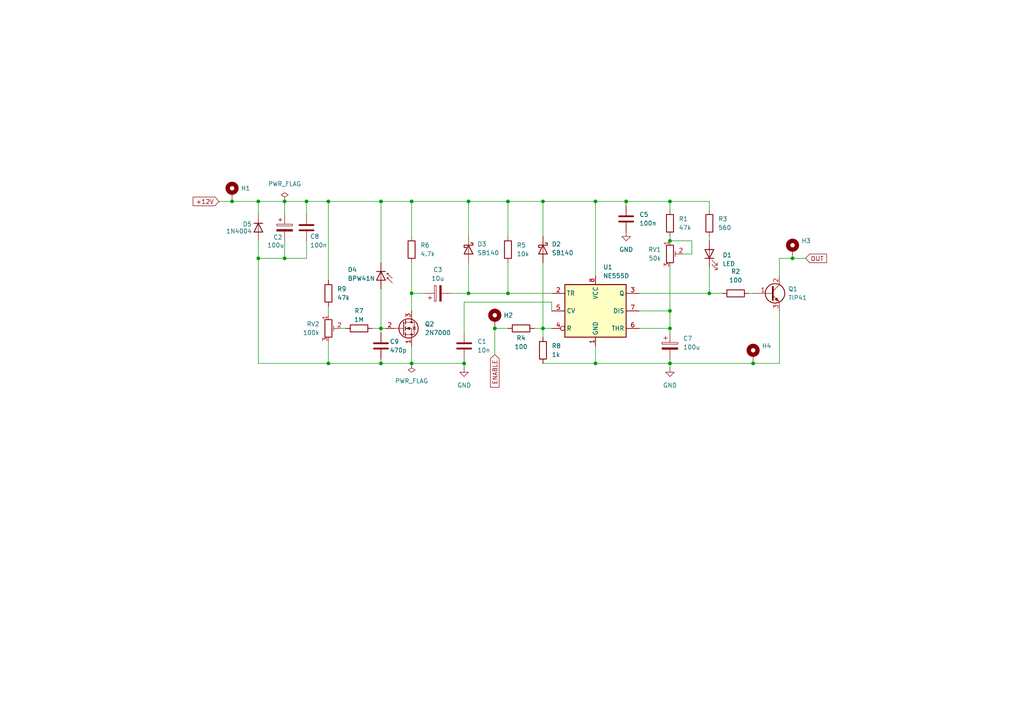
<source format=kicad_sch>
(kicad_sch (version 20231120) (generator "eeschema") (generator_version "8.0")
  (paper "A4")
  (lib_symbols
    (symbol "Device:C" (pin_numbers hide) (pin_names (offset 0.254))
      (property "Reference" "C" (at 0.635 2.54 0))
      (property "Value" "C" (at 0.635 -2.54 0))
      (symbol "C_0_1"
        (polyline (pts (xy -2.032 -0.762) (xy 2.032 -0.762)) (stroke (width 0.508)))
        (polyline (pts (xy -2.032 0.762) (xy 2.032 0.762)) (stroke (width 0.508)))
      )
      (symbol "C_1_1"
        (pin passive line (at 0 3.81 270) (length 2.794) (name "~") (number "1"))
        (pin passive line (at 0 -3.81 90) (length 2.794) (name "~") (number "2"))
      )
    )
    (symbol "Device:C_Polarized" (pin_numbers hide) (pin_names (offset 0.254))
      (property "Reference" "C" (at 0.635 2.54 0))
      (property "Value" "C_Polarized" (at 0.635 -2.54 0))
      (symbol "C_Polarized_0_1"
        (rectangle (start -2.286 0.508) (end 2.286 1.016))
        (polyline (pts (xy -1.778 2.286) (xy -0.762 2.286)))
        (polyline (pts (xy -1.27 2.794) (xy -1.27 1.778)))
        (rectangle (start 2.286 -0.508) (end -2.286 -1.016) (fill (type outline)))
      )
      (symbol "C_Polarized_1_1"
        (pin passive line (at 0 3.81 270) (length 2.794) (name "~") (number "1"))
        (pin passive line (at 0 -3.81 90) (length 2.794) (name "~") (number "2"))
      )
    )
    (symbol "Device:D_Photo" (pin_numbers hide) (pin_names hide)
      (property "Reference" "D" (at 0.508 1.778 0))
      (property "Value" "D_Photo" (at -1.016 -2.794 0))
      (symbol "D_Photo_0_1"
        (polyline (pts (xy -2.54 1.27) (xy -2.54 -1.27)) (stroke (width 0.254)))
        (polyline (pts (xy -2.032 1.778) (xy -1.524 1.778)))
        (polyline (pts (xy 0 0) (xy -2.54 0)))
        (polyline (pts (xy -0.508 3.302) (xy -2.032 1.778) (xy -2.032 2.286)))
        (polyline (pts (xy 0 -1.27) (xy 0 1.27) (xy -2.54 0) (xy 0 -1.27)) (stroke (width 0.254)))
        (polyline (pts (xy 0.762 3.302) (xy -0.762 1.778) (xy -0.762 2.286) (xy -0.762 1.778) (xy -0.254 1.778)))
      )
      (symbol "D_Photo_1_1"
        (pin passive line (at -5.08 0 0) (length 2.54) (name "K") (number "1"))
        (pin passive line (at 2.54 0 180) (length 2.54) (name "A") (number "2"))
      )
    )
    (symbol "Device:LED" (pin_numbers hide) (pin_names (offset 1.016) hide)
      (property "Reference" "D" (at 0 2.54 0))
      (property "Value" "LED" (at 0 -2.54 0))
      (symbol "LED_0_1"
        (polyline (pts (xy -1.27 -1.27) (xy -1.27 1.27)) (stroke (width 0.254)))
        (polyline (pts (xy -1.27 0) (xy 1.27 0)))
        (polyline (pts (xy 1.27 -1.27) (xy 1.27 1.27) (xy -1.27 0) (xy 1.27 -1.27)) (stroke (width 0.254)))
        (polyline (pts (xy -3.048 -0.762) (xy -4.572 -2.286) (xy -3.81 -2.286) (xy -4.572 -2.286) (xy -4.572 -1.524)))
        (polyline (pts (xy -1.778 -0.762) (xy -3.302 -2.286) (xy -2.54 -2.286) (xy -3.302 -2.286) (xy -3.302 -1.524)))
      )
      (symbol "LED_1_1"
        (pin passive line (at -3.81 0 0) (length 2.54) (name "K") (number "1"))
        (pin passive line (at 3.81 0 180) (length 2.54) (name "A") (number "2"))
      )
    )
    (symbol "Device:R" (pin_numbers hide) (pin_names (offset 0))
      (property "Reference" "R" (at 2.032 0 90))
      (property "Value" "R" (at 0 0 90))
      (symbol "R_0_1"
        (rectangle (start -1.016 -2.54) (end 1.016 2.54) (stroke (width 0.254)))
      )
      (symbol "R_1_1"
        (pin passive line (at 0 3.81 270) (length 1.27) (name "~") (number "1"))
        (pin passive line (at 0 -3.81 90) (length 1.27) (name "~") (number "2"))
      )
    )
    (symbol "Device:R_Potentiometer_Trim" (pin_names (offset 1.016) hide)
      (property "Reference" "RV" (at -4.445 0 90))
      (property "Value" "R_Potentiometer_Trim" (at -2.54 0 90))
      (symbol "R_Potentiometer_Trim_0_1"
        (polyline (pts (xy 1.524 0.762) (xy 1.524 -0.762)))
        (polyline (pts (xy 2.54 0) (xy 1.524 0)))
        (rectangle (start 1.016 2.54) (end -1.016 -2.54) (stroke (width 0.254)))
      )
      (symbol "R_Potentiometer_Trim_1_1"
        (pin passive line (at 0 3.81 270) (length 1.27) (name "1") (number "1"))
        (pin passive line (at 3.81 0 180) (length 1.27) (name "2") (number "2"))
        (pin passive line (at 0 -3.81 90) (length 1.27) (name "3") (number "3"))
      )
    )
    (symbol "Diode:1N4004" (pin_numbers hide) (pin_names hide)
      (property "Reference" "D" (at 0 2.54 0))
      (property "Value" "1N4004" (at 0 -2.54 0))
      (symbol "1N4004_0_1"
        (polyline (pts (xy -1.27 1.27) (xy -1.27 -1.27)) (stroke (width 0.254)))
        (polyline (pts (xy 1.27 0) (xy -1.27 0)))
        (polyline (pts (xy 1.27 1.27) (xy 1.27 -1.27) (xy -1.27 0) (xy 1.27 1.27)) (stroke (width 0.254)))
      )
      (symbol "1N4004_1_1"
        (pin passive line (at -3.81 0 0) (length 2.54) (name "K") (number "1"))
        (pin passive line (at 3.81 0 180) (length 2.54) (name "A") (number "2"))
      )
    )
    (symbol "Diode:SB140" (pin_numbers hide) (pin_names (offset 1.016) hide)
      (property "Reference" "D" (at 0 2.54 0))
      (property "Value" "SB140" (at 0 -2.54 0))
      (symbol "SB140_0_1"
        (polyline (pts (xy 1.27 0) (xy -1.27 0)))
        (polyline (pts (xy 1.27 1.27) (xy 1.27 -1.27) (xy -1.27 0) (xy 1.27 1.27)) (stroke (width 0.254)))
        (polyline (pts (xy -1.905 0.635) (xy -1.905 1.27) (xy -1.27 1.27) (xy -1.27 -1.27) (xy -0.635 -1.27) (xy -0.635 -0.635)) (stroke (width 0.254)))
      )
      (symbol "SB140_1_1"
        (pin passive line (at -3.81 0 0) (length 2.54) (name "K") (number "1"))
        (pin passive line (at 3.81 0 180) (length 2.54) (name "A") (number "2"))
      )
    )
    (symbol "Mechanical:MountingHole_Pad" (pin_numbers hide) (pin_names (offset 1.016) hide) (exclude_from_sim yes) (in_bom no)
      (property "Reference" "H" (at 0 6.35 0))
      (property "Value" "MountingHole_Pad" (at 0 4.445 0))
      (symbol "MountingHole_Pad_0_1"
        (circle (center 0 1.27) (radius 1.27) (stroke (width 1.27)))
      )
      (symbol "MountingHole_Pad_1_1"
        (pin input line (at 0 -2.54 90) (length 2.54) (name "1") (number "1"))
      )
    )
    (symbol "Timer:NE555D"
      (property "Reference" "U" (at -10.16 8.89 0))
      (property "Value" "NE555D" (at 2.54 8.89 0))
      (symbol "NE555D_0_0"
        (pin power_in line (at 0 -10.16 90) (length 2.54) (name "GND") (number "1"))
        (pin power_in line (at 0 10.16 270) (length 2.54) (name "VCC") (number "8"))
      )
      (symbol "NE555D_0_1"
        (rectangle (start -8.89 -7.62) (end 8.89 7.62) (stroke (width 0.254)) (fill (type background)))
        (rectangle (start -8.89 -7.62) (end 8.89 7.62) (stroke (width 0.254)) (fill (type background)))
      )
      (symbol "NE555D_1_1"
        (pin input line (at -12.7 5.08 0) (length 3.81) (name "TR") (number "2"))
        (pin output line (at 12.7 5.08 180) (length 3.81) (name "Q") (number "3"))
        (pin input inverted (at -12.7 -5.08 0) (length 3.81) (name "R") (number "4"))
        (pin input line (at -12.7 0 0) (length 3.81) (name "CV") (number "5"))
        (pin input line (at 12.7 -5.08 180) (length 3.81) (name "THR") (number "6"))
        (pin input line (at 12.7 0 180) (length 3.81) (name "DIS") (number "7"))
      )
    )
    (symbol "Transistor_BJT:TIP41" (pin_names (offset 0) hide)
      (property "Reference" "Q" (at 6.35 1.905 0))
      (property "Value" "TIP41" (at 6.35 0 0))
      (symbol "TIP41_0_1"
        (polyline (pts (xy 0.635 0.635) (xy 2.54 2.54)))
        (polyline (pts (xy 0.635 -0.635) (xy 2.54 -2.54) (xy 2.54 -2.54)))
        (polyline (pts (xy 0.635 1.905) (xy 0.635 -1.905) (xy 0.635 -1.905)) (stroke (width 0.508)))
        (polyline (pts (xy 1.27 -1.778) (xy 1.778 -1.27) (xy 2.286 -2.286) (xy 1.27 -1.778) (xy 1.27 -1.778)) (fill (type outline)))
        (circle (center 1.27 0) (radius 2.8194) (stroke (width 0.254)))
      )
      (symbol "TIP41_1_1"
        (pin input line (at -5.08 0 0) (length 5.715) (name "B") (number "1"))
        (pin passive line (at 2.54 5.08 270) (length 2.54) (name "C") (number "2"))
        (pin passive line (at 2.54 -5.08 90) (length 2.54) (name "E") (number "3"))
      )
    )
    (symbol "Transistor_FET:2N7000" (pin_names hide)
      (property "Reference" "Q" (at 5.08 1.905 0))
      (property "Value" "2N7000" (at 5.08 0 0))
      (symbol "2N7000_0_1"
        (polyline (pts (xy 0.254 0) (xy -2.54 0)))
        (polyline (pts (xy 0.254 1.905) (xy 0.254 -1.905)) (stroke (width 0.254)))
        (polyline (pts (xy 0.762 -1.27) (xy 0.762 -2.286)) (stroke (width 0.254)))
        (polyline (pts (xy 0.762 0.508) (xy 0.762 -0.508)) (stroke (width 0.254)))
        (polyline (pts (xy 0.762 2.286) (xy 0.762 1.27)) (stroke (width 0.254)))
        (polyline (pts (xy 2.54 2.54) (xy 2.54 1.778)))
        (polyline (pts (xy 2.54 -2.54) (xy 2.54 0) (xy 0.762 0)))
        (polyline (pts (xy 0.762 -1.778) (xy 3.302 -1.778) (xy 3.302 1.778) (xy 0.762 1.778)))
        (polyline (pts (xy 1.016 0) (xy 2.032 0.381) (xy 2.032 -0.381) (xy 1.016 0)) (fill (type outline)))
        (polyline (pts (xy 2.794 0.508) (xy 2.921 0.381) (xy 3.683 0.381) (xy 3.81 0.254)))
        (polyline (pts (xy 3.302 0.381) (xy 2.921 -0.254) (xy 3.683 -0.254) (xy 3.302 0.381)))
        (circle (center 1.651 0) (radius 2.794) (stroke (width 0.254)))
        (circle (center 2.54 -1.778) (radius 0.254) (fill (type outline)))
        (circle (center 2.54 1.778) (radius 0.254) (fill (type outline)))
      )
      (symbol "2N7000_1_1"
        (pin passive line (at 2.54 -5.08 90) (length 2.54) (name "S") (number "1"))
        (pin input line (at -5.08 0 0) (length 2.54) (name "G") (number "2"))
        (pin passive line (at 2.54 5.08 270) (length 2.54) (name "D") (number "3"))
      )
    )
    (symbol "power:GND" (power) (pin_numbers hide) (pin_names (offset 0) hide)
      (property "Value" "GND" (at 0 -3.81 0))
      (symbol "GND_0_1"
        (polyline (pts (xy 0 0) (xy 0 -1.27) (xy 1.27 -1.27) (xy 0 -2.54) (xy -1.27 -1.27) (xy 0 -1.27)))
      )
      (symbol "GND_1_1"
        (pin power_in line (at 0 0 270) (length 0) (name "~") (number "1"))
      )
    )
    (symbol "power:PWR_FLAG" (power) (pin_numbers hide) (pin_names (offset 0) hide)
      (property "Value" "PWR_FLAG" (at 0 3.81 0))
      (symbol "PWR_FLAG_0_0"
        (pin power_out line (at 0 0 90) (length 0) (name "~") (number "1"))
      )
      (symbol "PWR_FLAG_0_1"
        (polyline (pts (xy 0 0) (xy 0 1.27) (xy -1.016 1.905) (xy 0 2.54) (xy 1.016 1.905) (xy 0 1.27)))
      )
    )
  )
  (junction (at 143.51 95.25))
  (junction (at 119.38 58.42))
  (junction (at 218.44 105.41))
  (junction (at 157.48 95.25))
  (junction (at 95.25 58.42))
  (junction (at 172.72 58.42))
  (junction (at 181.61 58.42))
  (junction (at 135.89 85.09))
  (junction (at 194.31 58.42))
  (junction (at 110.49 58.42))
  (junction (at 119.38 105.41))
  (junction (at 82.55 74.93))
  (junction (at 82.55 58.42))
  (junction (at 194.31 90.17))
  (junction (at 147.32 85.09))
  (junction (at 119.38 85.09))
  (junction (at 67.31 58.42))
  (junction (at 74.93 74.93))
  (junction (at 147.32 58.42))
  (junction (at 172.72 105.41))
  (junction (at 135.89 58.42))
  (junction (at 229.87 74.93))
  (junction (at 110.49 95.25))
  (junction (at 194.31 69.85))
  (junction (at 110.49 105.41))
  (junction (at 134.62 105.41))
  (junction (at 95.25 105.41))
  (junction (at 88.9 58.42))
  (junction (at 157.48 58.42))
  (junction (at 194.31 95.25))
  (junction (at 205.74 85.09))
  (junction (at 194.31 105.41))
  (junction (at 74.93 58.42))
  (wire (pts (xy 95.25 88.9) (xy 95.25 91.44)))
  (wire (pts (xy 74.93 58.42) (xy 74.93 62.23)))
  (wire (pts (xy 218.44 105.41) (xy 226.06 105.41)))
  (wire (pts (xy 205.74 68.58) (xy 205.74 69.85)))
  (wire (pts (xy 157.48 76.2) (xy 157.48 95.25)))
  (wire (pts (xy 95.25 99.06) (xy 95.25 105.41)))
  (wire (pts (xy 157.48 58.42) (xy 172.72 58.42)))
  (wire (pts (xy 82.55 74.93) (xy 82.55 69.85)))
  (wire (pts (xy 74.93 58.42) (xy 82.55 58.42)))
  (wire (pts (xy 119.38 58.42) (xy 135.89 58.42)))
  (wire (pts (xy 119.38 105.41) (xy 134.62 105.41)))
  (wire (pts (xy 157.48 95.25) (xy 157.48 97.79)))
  (wire (pts (xy 172.72 105.41) (xy 194.31 105.41)))
  (wire (pts (xy 194.31 68.58) (xy 194.31 69.85)))
  (wire (pts (xy 181.61 58.42) (xy 194.31 58.42)))
  (wire (pts (xy 229.87 74.93) (xy 233.68 74.93)))
  (wire (pts (xy 119.38 85.09) (xy 123.19 85.09)))
  (wire (pts (xy 130.81 85.09) (xy 135.89 85.09)))
  (wire (pts (xy 172.72 58.42) (xy 172.72 80.01)))
  (wire (pts (xy 95.25 105.41) (xy 110.49 105.41)))
  (wire (pts (xy 82.55 74.93) (xy 88.9 74.93)))
  (wire (pts (xy 119.38 85.09) (xy 119.38 90.17)))
  (wire (pts (xy 172.72 58.42) (xy 181.61 58.42)))
  (wire (pts (xy 111.76 95.25) (xy 110.49 95.25)))
  (wire (pts (xy 134.62 104.14) (xy 134.62 105.41)))
  (wire (pts (xy 88.9 74.93) (xy 88.9 69.85)))
  (wire (pts (xy 110.49 95.25) (xy 107.95 95.25)))
  (wire (pts (xy 110.49 104.14) (xy 110.49 105.41)))
  (wire (pts (xy 119.38 76.2) (xy 119.38 85.09)))
  (wire (pts (xy 110.49 95.25) (xy 110.49 96.52)))
  (wire (pts (xy 147.32 58.42) (xy 147.32 68.58)))
  (wire (pts (xy 157.48 105.41) (xy 172.72 105.41)))
  (wire (pts (xy 217.17 85.09) (xy 218.44 85.09)))
  (wire (pts (xy 67.31 58.42) (xy 74.93 58.42)))
  (wire (pts (xy 194.31 90.17) (xy 194.31 95.25)))
  (wire (pts (xy 205.74 85.09) (xy 209.55 85.09)))
  (wire (pts (xy 172.72 100.33) (xy 172.72 105.41)))
  (wire (pts (xy 205.74 60.96) (xy 205.74 58.42)))
  (wire (pts (xy 143.51 95.25) (xy 147.32 95.25)))
  (wire (pts (xy 110.49 83.82) (xy 110.49 95.25)))
  (wire (pts (xy 194.31 60.96) (xy 194.31 58.42)))
  (wire (pts (xy 226.06 74.93) (xy 229.87 74.93)))
  (wire (pts (xy 135.89 76.2) (xy 135.89 85.09)))
  (wire (pts (xy 63.5 58.42) (xy 67.31 58.42)))
  (wire (pts (xy 135.89 85.09) (xy 147.32 85.09)))
  (wire (pts (xy 88.9 58.42) (xy 88.9 62.23)))
  (wire (pts (xy 134.62 96.52) (xy 134.62 87.63)))
  (wire (pts (xy 135.89 58.42) (xy 147.32 58.42)))
  (wire (pts (xy 205.74 77.47) (xy 205.74 85.09)))
  (wire (pts (xy 110.49 105.41) (xy 119.38 105.41)))
  (wire (pts (xy 119.38 68.58) (xy 119.38 58.42)))
  (wire (pts (xy 74.93 105.41) (xy 95.25 105.41)))
  (wire (pts (xy 198.12 73.66) (xy 200.66 73.66)))
  (wire (pts (xy 157.48 95.25) (xy 160.02 95.25)))
  (wire (pts (xy 226.06 80.01) (xy 226.06 74.93)))
  (wire (pts (xy 147.32 58.42) (xy 157.48 58.42)))
  (wire (pts (xy 185.42 85.09) (xy 205.74 85.09)))
  (wire (pts (xy 194.31 77.47) (xy 194.31 90.17)))
  (wire (pts (xy 82.55 58.42) (xy 88.9 58.42)))
  (wire (pts (xy 143.51 95.25) (xy 143.51 102.87)))
  (wire (pts (xy 185.42 90.17) (xy 194.31 90.17)))
  (wire (pts (xy 154.94 95.25) (xy 157.48 95.25)))
  (wire (pts (xy 200.66 73.66) (xy 200.66 69.85)))
  (wire (pts (xy 74.93 74.93) (xy 82.55 74.93)))
  (wire (pts (xy 194.31 104.14) (xy 194.31 105.41)))
  (wire (pts (xy 74.93 74.93) (xy 74.93 105.41)))
  (wire (pts (xy 226.06 105.41) (xy 226.06 90.17)))
  (wire (pts (xy 194.31 69.85) (xy 200.66 69.85)))
  (wire (pts (xy 194.31 105.41) (xy 218.44 105.41)))
  (wire (pts (xy 134.62 105.41) (xy 134.62 106.68)))
  (wire (pts (xy 134.62 87.63) (xy 160.02 87.63)))
  (wire (pts (xy 194.31 58.42) (xy 205.74 58.42)))
  (wire (pts (xy 194.31 105.41) (xy 194.31 106.68)))
  (wire (pts (xy 119.38 100.33) (xy 119.38 105.41)))
  (wire (pts (xy 88.9 58.42) (xy 95.25 58.42)))
  (wire (pts (xy 95.25 58.42) (xy 95.25 81.28)))
  (wire (pts (xy 181.61 58.42) (xy 181.61 59.69)))
  (wire (pts (xy 160.02 87.63) (xy 160.02 90.17)))
  (wire (pts (xy 135.89 68.58) (xy 135.89 58.42)))
  (wire (pts (xy 95.25 58.42) (xy 110.49 58.42)))
  (wire (pts (xy 99.06 95.25) (xy 100.33 95.25)))
  (wire (pts (xy 74.93 69.85) (xy 74.93 74.93)))
  (wire (pts (xy 147.32 85.09) (xy 160.02 85.09)))
  (wire (pts (xy 147.32 76.2) (xy 147.32 85.09)))
  (wire (pts (xy 185.42 95.25) (xy 194.31 95.25)))
  (wire (pts (xy 110.49 76.2) (xy 110.49 58.42)))
  (wire (pts (xy 82.55 58.42) (xy 82.55 62.23)))
  (wire (pts (xy 110.49 58.42) (xy 119.38 58.42)))
  (wire (pts (xy 157.48 68.58) (xy 157.48 58.42)))
  (wire (pts (xy 194.31 95.25) (xy 194.31 96.52)))
  (global_label "+12V" (shape input) (at 63.5 58.42 180) (property "Intersheetrefs" "${INTERSHEET_REFS}" (effects (hide yes))))
  (global_label "ENABLE" (shape input) (at 143.51 102.87 270) (property "Intersheetrefs" "${INTERSHEET_REFS}" (effects (hide yes))))
  (global_label "OUT" (shape input) (at 233.68 74.93 0) (property "Intersheetrefs" "${INTERSHEET_REFS}" (effects (hide yes))))
  (symbol (lib_id "Device:LED") (at 205.74 73.66 90) (unit 1)
    (property "Reference" "D1" (at 209.55 73.9774 90) (effects (justify right)))
    (property "Value" "LED" (at 209.55 76.5174 90) (effects (justify right)))
    (property "Footprint" "LED_THT:LED_D5.0mm_Horizontal_O6.35mm_Z15.0mm" (effects (hide yes)))
    (property "Description" "Light emitting diode" (effects (hide yes)))
  )
  (symbol (lib_id "Device:C") (at 181.61 63.5 0) (unit 1)
    (property "Reference" "C5" (at 185.42 62.2299 0) (effects (justify left)))
    (property "Value" "100n" (at 185.42 64.7699 0) (effects (justify left)))
    (property "Footprint" "Capacitor_THT:C_Disc_D3.0mm_W1.6mm_P2.50mm" (effects (hide yes)))
    (property "Description" "Unpolarized capacitor" (effects (hide yes)))
  )
  (symbol (lib_id "Device:R") (at 95.25 85.09 0) (unit 1)
    (property "Reference" "R9" (at 97.79 83.8199 0) (effects (justify left)))
    (property "Value" "47k" (at 97.79 86.3599 0) (effects (justify left)))
    (property "Footprint" "Resistor_THT:R_Axial_DIN0207_L6.3mm_D2.5mm_P2.54mm_Vertical" (effects (hide yes)))
    (property "Description" "Resistor" (effects (hide yes)))
  )
  (symbol (lib_id "Device:R") (at 104.14 95.25 90) (unit 1)
    (property "Reference" "R7" (at 104.14 90.17 90))
    (property "Value" "1M" (at 104.14 92.71 90))
    (property "Footprint" "Resistor_THT:R_Axial_DIN0207_L6.3mm_D2.5mm_P2.54mm_Vertical" (effects (hide yes)))
    (property "Description" "Resistor" (effects (hide yes)))
  )
  (symbol (lib_id "Transistor_BJT:TIP41") (at 223.52 85.09 0) (unit 1)
    (property "Reference" "Q1" (at 228.6 83.8199 0) (effects (justify left)))
    (property "Value" "TIP41" (at 228.6 86.3599 0) (effects (justify left)))
    (property "Footprint" "Package_TO_SOT_THT:TO-220-3_Vertical" (effects (hide yes)))
    (property "Datasheet" "https://www.centralsemi.com/get_document.php?cmp=1&mergetype=pd&mergepath=pd&pdf_id=tip41.PDF" (effects (hide yes)))
    (property "Description" "6A Ic, 40V Vce, Power NPN Transistor, TO-220" (effects (hide yes)))
  )
  (symbol (lib_id "Diode:1N4004") (at 74.93 66.04 270) (unit 1)
    (property "Reference" "D5" (at 70.358 65.024 90) (effects (justify left)))
    (property "Value" "1N4004" (at 65.532 67.056 90) (effects (justify left)))
    (property "Footprint" "Diode_THT:D_DO-41_SOD81_P7.62mm_Horizontal" (effects (hide yes)))
    (property "Datasheet" "http://www.vishay.com/docs/88503/1n4001.pdf" (effects (hide yes)))
    (property "Description" "400V 1A General Purpose Rectifier Diode, DO-41" (effects (hide yes)))
    (property "Sim.Device" "D" (effects (hide yes)))
    (property "Sim.Pins" "1=K 2=A" (effects (hide yes)))
  )
  (symbol (lib_id "Device:C_Polarized") (at 127 85.09 90) (unit 1)
    (property "Reference" "C3" (at 127 78.232 90))
    (property "Value" "10u" (at 127 80.772 90))
    (property "Footprint" "Capacitor_THT:CP_Radial_D4.0mm_P2.00mm" (effects (hide yes)))
    (property "Description" "Polarized capacitor" (effects (hide yes)))
  )
  (symbol (lib_id "Mechanical:MountingHole_Pad") (at 143.51 92.71 0) (unit 1) (exclude_from_sim yes) (in_bom no)
    (property "Reference" "H2" (at 146.05 91.4399 0) (effects (justify left)))
    (property "Value" "MountingHole_Pad" (effects (hide yes)))
    (property "Footprint" "TestPoint:TestPoint_Loop_D2.54mm_Drill1.5mm_Beaded" (effects (hide yes)))
    (property "Description" "Mounting Hole with connection" (effects (hide yes)))
  )
  (symbol (lib_id "Device:R_Potentiometer_Trim") (at 194.31 73.66 0) (unit 1)
    (property "Reference" "RV1" (at 191.77 72.3899 0) (effects (justify right)))
    (property "Value" "50k" (at 191.77 74.9299 0) (effects (justify right)))
    (property "Footprint" "Potentiometer_THT:Potentiometer_Piher_PT-6-H_Horizontal" (effects (hide yes)))
    (property "Description" "Trim-potentiometer" (effects (hide yes)))
  )
  (symbol (lib_id "Device:R") (at 151.13 95.25 90) (unit 1)
    (property "Reference" "R4" (at 151.13 98.044 90))
    (property "Value" "100" (at 151.13 100.584 90))
    (property "Footprint" "Resistor_THT:R_Axial_DIN0207_L6.3mm_D2.5mm_P2.54mm_Vertical" (effects (hide yes)))
    (property "Description" "Resistor" (effects (hide yes)))
  )
  (symbol (lib_id "Device:C_Polarized") (at 82.55 66.04 0) (unit 1)
    (property "Reference" "C2" (at 79.248 68.834 0) (effects (justify left)))
    (property "Value" "100u" (at 77.47 71.12 0) (effects (justify left)))
    (property "Footprint" "Capacitor_THT:CP_Radial_D4.0mm_P2.00mm" (effects (hide yes)))
    (property "Description" "Polarized capacitor" (effects (hide yes)))
  )
  (symbol (lib_id "Device:R") (at 205.74 64.77 0) (unit 1)
    (property "Reference" "R3" (at 208.28 63.4999 0) (effects (justify left)))
    (property "Value" "560" (at 208.28 66.0399 0) (effects (justify left)))
    (property "Footprint" "Resistor_THT:R_Axial_DIN0207_L6.3mm_D2.5mm_P7.62mm_Horizontal" (effects (hide yes)))
    (property "Description" "Resistor" (effects (hide yes)))
  )
  (symbol (lib_id "power:GND") (at 194.31 106.68 0) (unit 1)
    (property "Reference" "#PWR02" (effects (hide yes)))
    (property "Value" "GND" (at 194.31 111.76 0))
    (property "Description" "Power symbol creates a global label with name \"GND\" , ground" (effects (hide yes)))
  )
  (symbol (lib_id "Mechanical:MountingHole_Pad") (at 67.31 55.88 0) (unit 1) (exclude_from_sim yes) (in_bom no)
    (property "Reference" "H1" (at 69.85 54.6099 0) (effects (justify left)))
    (property "Value" "MountingHole_Pad" (effects (hide yes)))
    (property "Footprint" "TestPoint:TestPoint_Loop_D2.54mm_Drill1.5mm_Beaded" (effects (hide yes)))
    (property "Description" "Mounting Hole with connection" (effects (hide yes)))
  )
  (symbol (lib_id "power:PWR_FLAG") (at 119.38 105.41 180) (unit 1)
    (property "Reference" "#FLG02" (effects (hide yes)))
    (property "Value" "PWR_FLAG" (at 119.38 110.49 0))
    (property "Description" "Special symbol for telling ERC where power comes from" (effects (hide yes)))
  )
  (symbol (lib_id "Device:C") (at 134.62 100.33 0) (unit 1)
    (property "Reference" "C1" (at 138.43 99.0599 0) (effects (justify left)))
    (property "Value" "10n" (at 138.43 101.5999 0) (effects (justify left)))
    (property "Footprint" "Capacitor_THT:C_Disc_D3.0mm_W1.6mm_P2.50mm" (effects (hide yes)))
    (property "Description" "Unpolarized capacitor" (effects (hide yes)))
  )
  (symbol (lib_id "Device:R") (at 147.32 72.39 0) (unit 1)
    (property "Reference" "R5" (at 149.86 71.1199 0) (effects (justify left)))
    (property "Value" "10k" (at 149.86 73.6599 0) (effects (justify left)))
    (property "Footprint" "Resistor_THT:R_Axial_DIN0207_L6.3mm_D2.5mm_P2.54mm_Vertical" (effects (hide yes)))
    (property "Description" "Resistor" (effects (hide yes)))
  )
  (symbol (lib_id "Device:R_Potentiometer_Trim") (at 95.25 95.25 0) (unit 1)
    (property "Reference" "RV2" (at 92.71 93.9799 0) (effects (justify right)))
    (property "Value" "100k" (at 92.71 96.5199 0) (effects (justify right)))
    (property "Footprint" "Potentiometer_THT:Potentiometer_Vishay_T73YP_Vertical" (effects (hide yes)))
    (property "Description" "Trim-potentiometer" (effects (hide yes)))
  )
  (symbol (lib_id "power:PWR_FLAG") (at 82.55 58.42 0) (unit 1)
    (property "Reference" "#FLG01" (effects (hide yes)))
    (property "Value" "PWR_FLAG" (at 82.55 53.34 0))
    (property "Description" "Special symbol for telling ERC where power comes from" (effects (hide yes)))
  )
  (symbol (lib_id "power:GND") (at 134.62 106.68 0) (unit 1)
    (property "Reference" "#PWR01" (effects (hide yes)))
    (property "Value" "GND" (at 134.62 111.76 0))
    (property "Description" "Power symbol creates a global label with name \"GND\" , ground" (effects (hide yes)))
  )
  (symbol (lib_id "Device:R") (at 119.38 72.39 0) (unit 1)
    (property "Reference" "R6" (at 121.92 71.1199 0) (effects (justify left)))
    (property "Value" "4.7k" (at 121.92 73.6599 0) (effects (justify left)))
    (property "Footprint" "Resistor_THT:R_Axial_DIN0207_L6.3mm_D2.5mm_P2.54mm_Vertical" (effects (hide yes)))
    (property "Description" "Resistor" (effects (hide yes)))
  )
  (symbol (lib_id "power:GND") (at 181.61 67.31 0) (unit 1)
    (property "Reference" "#PWR03" (effects (hide yes)))
    (property "Value" "GND" (at 181.61 72.39 0))
    (property "Description" "Power symbol creates a global label with name \"GND\" , ground" (effects (hide yes)))
  )
  (symbol (lib_id "Device:R") (at 157.48 101.6 0) (unit 1)
    (property "Reference" "R8" (at 160.02 100.3299 0) (effects (justify left)))
    (property "Value" "1k" (at 160.02 102.8699 0) (effects (justify left)))
    (property "Footprint" "Resistor_THT:R_Axial_DIN0207_L6.3mm_D2.5mm_P2.54mm_Vertical" (effects (hide yes)))
    (property "Description" "Resistor" (effects (hide yes)))
  )
  (symbol (lib_id "Diode:SB140") (at 157.48 72.39 270) (unit 1)
    (property "Reference" "D2" (at 160.02 70.8024 90) (effects (justify left)))
    (property "Value" "SB140" (at 160.02 73.3424 90) (effects (justify left)))
    (property "Footprint" "Diode_THT:D_DO-41_SOD81_P7.62mm_Horizontal" (effects (hide yes)))
    (property "Datasheet" "http://www.diodes.com/_files/datasheets/ds23022.pdf" (effects (hide yes)))
    (property "Description" "40V 1A Schottky Barrier Rectifier Diode, DO-41" (effects (hide yes)))
  )
  (symbol (lib_id "Transistor_FET:2N7000") (at 116.84 95.25 0) (unit 1)
    (property "Reference" "Q2" (at 123.19 93.9799 0) (effects (justify left)))
    (property "Value" "2N7000" (at 123.19 96.5199 0) (effects (justify left)))
    (property "Footprint" "Package_TO_SOT_THT:TO-92_Inline" (effects (hide yes)))
    (property "Datasheet" "https://www.vishay.com/docs/70226/70226.pdf" (effects (hide yes)))
    (property "Description" "0.2A Id, 200V Vds, N-Channel MOSFET, 2.6V Logic Level, TO-92" (effects (hide yes)))
  )
  (symbol (lib_id "Diode:SB140") (at 135.89 72.39 270) (unit 1)
    (property "Reference" "D3" (at 138.43 70.8024 90) (effects (justify left)))
    (property "Value" "SB140" (at 138.43 73.3424 90) (effects (justify left)))
    (property "Footprint" "Diode_THT:D_DO-41_SOD81_P7.62mm_Horizontal" (effects (hide yes)))
    (property "Datasheet" "http://www.diodes.com/_files/datasheets/ds23022.pdf" (effects (hide yes)))
    (property "Description" "40V 1A Schottky Barrier Rectifier Diode, DO-41" (effects (hide yes)))
  )
  (symbol (lib_id "Mechanical:MountingHole_Pad") (at 218.44 102.87 0) (unit 1) (exclude_from_sim yes) (in_bom no)
    (property "Reference" "H4" (at 220.98 100.3299 0) (effects (justify left)))
    (property "Value" "OUT" (effects (hide yes)))
    (property "Footprint" "TestPoint:TestPoint_Loop_D2.54mm_Drill1.5mm_Beaded" (effects (hide yes)))
    (property "Description" "Mounting Hole with connection" (effects (hide yes)))
  )
  (symbol (lib_id "Mechanical:MountingHole_Pad") (at 229.87 72.39 0) (unit 1) (exclude_from_sim yes) (in_bom no)
    (property "Reference" "H3" (at 232.41 69.8499 0) (effects (justify left)))
    (property "Value" "OUT" (effects (hide yes)))
    (property "Footprint" "TestPoint:TestPoint_Loop_D2.54mm_Drill1.5mm_Beaded" (effects (hide yes)))
    (property "Description" "Mounting Hole with connection" (effects (hide yes)))
  )
  (symbol (lib_id "Device:R") (at 194.31 64.77 0) (unit 1)
    (property "Reference" "R1" (at 196.85 63.4999 0) (effects (justify left)))
    (property "Value" "47k" (at 196.85 66.0399 0) (effects (justify left)))
    (property "Footprint" "Resistor_THT:R_Axial_DIN0207_L6.3mm_D2.5mm_P2.54mm_Vertical" (effects (hide yes)))
    (property "Description" "Resistor" (effects (hide yes)))
  )
  (symbol (lib_id "Device:D_Photo") (at 110.49 81.28 270) (unit 1)
    (property "Reference" "D4" (at 100.838 78.232 90) (effects (justify left)))
    (property "Value" "BPW41N" (at 100.838 80.772 90) (effects (justify left)))
    (property "Footprint" "OptoDevice:Osram_SFH225" (effects (hide yes)))
    (property "Description" "Photodiode" (effects (hide yes)))
  )
  (symbol (lib_id "Timer:NE555D") (at 172.72 90.17 0) (unit 1)
    (property "Reference" "U1" (at 174.9141 77.47 0) (effects (justify left)))
    (property "Value" "NE555D" (at 174.9141 80.01 0) (effects (justify left)))
    (property "Footprint" "Package_DIP:DIP-8_W7.62mm" (effects (hide yes)))
    (property "Datasheet" "http://www.ti.com/lit/ds/symlink/ne555.pdf" (effects (hide yes)))
    (property "Description" "Precision Timers, 555 compatible, SOIC-8" (effects (hide yes)))
  )
  (symbol (lib_id "Device:C") (at 88.9 66.04 0) (unit 1)
    (property "Reference" "C8" (at 89.916 68.58 0) (effects (justify left)))
    (property "Value" "100n" (at 89.916 71.12 0) (effects (justify left)))
    (property "Footprint" "Capacitor_THT:C_Disc_D3.0mm_W1.6mm_P2.50mm" (effects (hide yes)))
    (property "Description" "Unpolarized capacitor" (effects (hide yes)))
  )
  (symbol (lib_id "Device:R") (at 213.36 85.09 90) (unit 1)
    (property "Reference" "R2" (at 213.36 78.74 90))
    (property "Value" "100" (at 213.36 81.28 90))
    (property "Footprint" "Resistor_THT:R_Axial_DIN0207_L6.3mm_D2.5mm_P2.54mm_Vertical" (effects (hide yes)))
    (property "Description" "Resistor" (effects (hide yes)))
  )
  (symbol (lib_id "Device:C_Polarized") (at 194.31 100.33 0) (unit 1)
    (property "Reference" "C7" (at 198.12 98.1709 0) (effects (justify left)))
    (property "Value" "100u" (at 198.12 100.7109 0) (effects (justify left)))
    (property "Footprint" "Capacitor_THT:CP_Radial_D4.0mm_P2.00mm" (effects (hide yes)))
    (property "Description" "Polarized capacitor" (effects (hide yes)))
  )
  (symbol (lib_id "Device:C") (at 110.49 100.33 0) (unit 1)
    (property "Reference" "C9" (at 113.03 99.06 0) (effects (justify left)))
    (property "Value" "470p" (at 113.03 101.6 0) (effects (justify left)))
    (property "Footprint" "Capacitor_THT:C_Disc_D3.0mm_W1.6mm_P2.50mm" (effects (hide yes)))
    (property "Description" "Unpolarized capacitor" (effects (hide yes)))
  )
)
</source>
